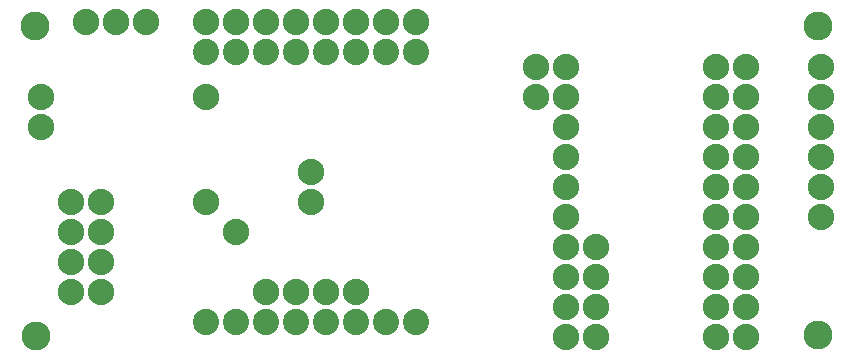
<source format=gbs>
G04 MADE WITH FRITZING*
G04 WWW.FRITZING.ORG*
G04 DOUBLE SIDED*
G04 HOLES PLATED*
G04 CONTOUR ON CENTER OF CONTOUR VECTOR*
%ASAXBY*%
%FSLAX23Y23*%
%MOIN*%
%OFA0B0*%
%SFA1.0B1.0*%
%ADD10C,0.087778*%
%ADD11C,0.088000*%
%ADD12C,0.096614*%
%LNMASK0*%
G90*
G70*
G54D10*
X1344Y1020D03*
X1244Y1020D03*
X1144Y1020D03*
X1044Y1020D03*
X944Y1020D03*
X844Y1020D03*
X744Y1020D03*
X644Y1020D03*
X644Y120D03*
X744Y120D03*
X844Y120D03*
X944Y120D03*
X1044Y120D03*
X1144Y120D03*
X1244Y120D03*
X1344Y120D03*
G54D11*
X644Y1120D03*
X744Y1120D03*
X844Y1120D03*
X944Y1120D03*
X1044Y1120D03*
X1144Y1120D03*
X1244Y1120D03*
X1344Y1120D03*
X2444Y470D03*
X2444Y570D03*
X2444Y670D03*
X2444Y770D03*
X2444Y870D03*
X2444Y970D03*
X2694Y470D03*
X2694Y570D03*
X2694Y670D03*
X2694Y770D03*
X2694Y870D03*
X2694Y970D03*
X2344Y470D03*
X2344Y570D03*
X2344Y670D03*
X2344Y770D03*
X2344Y870D03*
X2344Y970D03*
X294Y220D03*
X294Y320D03*
X294Y420D03*
X294Y520D03*
X194Y220D03*
X194Y320D03*
X194Y420D03*
X194Y520D03*
X2344Y70D03*
X2344Y170D03*
X2344Y270D03*
X2344Y370D03*
X2444Y70D03*
X2444Y170D03*
X2444Y270D03*
X2444Y370D03*
X744Y420D03*
X1944Y70D03*
X1944Y170D03*
X1944Y270D03*
X1944Y370D03*
X244Y1120D03*
X344Y1120D03*
X444Y1120D03*
X994Y620D03*
X994Y520D03*
X1844Y70D03*
X1844Y170D03*
X1844Y270D03*
X1844Y370D03*
X844Y220D03*
X944Y220D03*
X1044Y220D03*
X1144Y220D03*
X644Y520D03*
X1844Y970D03*
X1844Y870D03*
X1844Y770D03*
X1844Y670D03*
X1844Y570D03*
X1844Y470D03*
X644Y870D03*
X1744Y970D03*
X1744Y870D03*
X94Y870D03*
X94Y770D03*
G54D12*
X77Y72D03*
X2682Y1104D03*
X73Y1105D03*
X2682Y75D03*
G04 End of Mask0*
M02*
</source>
